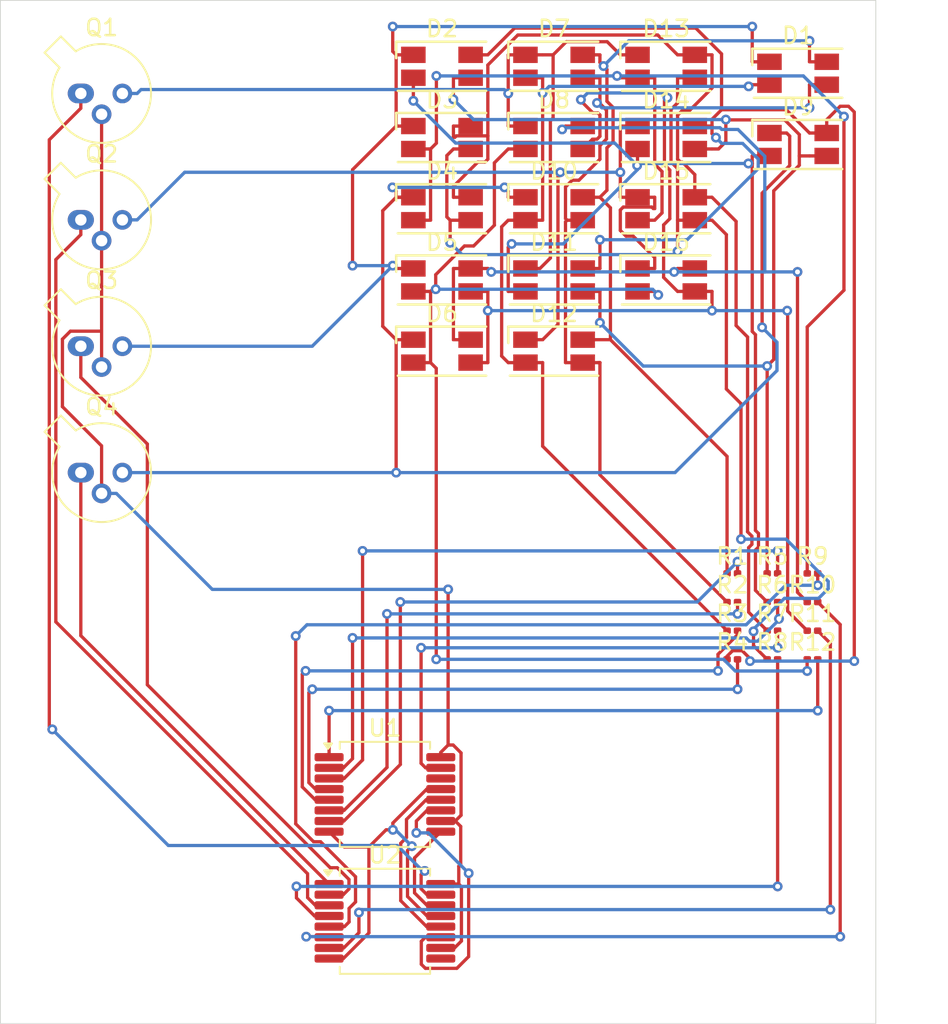
<source format=kicad_pcb>
(kicad_pcb (version 20240108) (generator "pcbnew") (generator_version "8.0")
  (layers (0 "F.Cu" signal) (31 "B.Cu" signal) (34 "B.Paste" user) (35 "F.Paste" user) (36 "B.SilkS" user "B.Silkscreen") (37 "F.SilkS" user "F.Silkscreen") (38 "B.Mask" user) (39 "F.Mask" user) (44 "Edge.Cuts" user))
  (net 0 "")
  (net 1 "Net-(Q1-E)")
  (net 2 "Net-(D11-A)")
  (net 3 "Net-(Q2-E)")
  (net 4 "Net-(D12-A)")
  (net 5 "Net-(Q3-E)")
  (net 6 "Net-(D1-A)")
  (net 7 "Net-(Q4-E)")
  (net 8 "Net-(D10-A)")
  (net 9 "Net-(D11-BK)")
  (net 10 "Net-(D11-RK)")
  (net 11 "Net-(D11-GK)")
  (net 12 "Net-(D13-GK)")
  (net 13 "Net-(D13-BK)")
  (net 14 "Net-(D13-RK)")
  (net 15 "Net-(D16-RK)")
  (net 16 "Net-(D16-BK)")
  (net 17 "Net-(D16-GK)")
  (net 18 "Net-(D1-BK)")
  (net 19 "Net-(D1-RK)")
  (net 20 "Net-(D1-GK)")
  (net 21 "+5V")
  (net 22 "Net-(U1-QH)")
  (net 23 "Net-(U1-QG)")
  (net 24 "Net-(U1-QF)")
  (net 25 "Net-(U1-QE)")
  (net 26 "Net-(U1-QD)")
  (net 27 "Net-(U1-QC)")
  (net 28 "Net-(U1-QA)")
  (net 29 "Net-(U2-QE)")
  (net 30 "Net-(U2-QF)")
  (net 31 "Net-(U2-QG)")
  (net 32 "Net-(U2-QH)")
  (net 33 "Net-(U1-QB)")
  (net 34 "GND")
  (net 35 "Ser")
  (net 36 "CLK")
  (net 37 "LATCH")
  (net 38 "Net-(U1-QH')")
  (footprint "Resistor_SMD:R_0201_0603Metric" (layer "F.Cu") (at 148.23 100)
    (property "Reference" "R3")
    (property "Value" "R")
  )
  (footprint "LED_SMD:LED_RGB_1210" (layer "F.Cu") (at 144.1875 65.525)
    (property "Reference" "D13")
    (property "Value" "LED_ABGR")
  )
  (footprint "LED_SMD:LED_RGB_1210" (layer "F.Cu") (at 137.3375 74.225)
    (property "Reference" "D10")
    (property "Value" "LED_ABGR")
  )
  (footprint "LED_SMD:LED_RGB_1210" (layer "F.Cu") (at 144.1875 78.575)
    (property "Reference" "D16")
    (property "Value" "LED_ABGR")
  )
  (footprint "Package_TO_SOT_THT:TO-18-3" (layer "F.Cu") (at 108.4147 90.3431)
    (property "Reference" "Q4")
    (property "Value" "BC108")
  )
  (footprint "Package_TO_SOT_THT:TO-18-3" (layer "F.Cu") (at 108.4147 74.9042)
    (property "Reference" "Q2")
    (property "Value" "BC108")
  )
  (footprint "LED_SMD:LED_RGB_1210" (layer "F.Cu") (at 144.1875 74.225)
    (property "Reference" "D15")
    (property "Value" "LED_ABGR")
  )
  (footprint "Package_TO_SOT_THT:TO-18-3" (layer "F.Cu") (at 108.4147 67.1847)
    (property "Reference" "Q1")
    (property "Value" "BC108")
  )
  (footprint "Resistor_SMD:R_0201_0603Metric" (layer "F.Cu") (at 148.23 96.5)
    (property "Reference" "R1")
    (property "Value" "R")
  )
  (footprint "LED_SMD:LED_RGB_1210" (layer "F.Cu") (at 152.25 65.95)
    (property "Reference" "D1")
    (property "Value" "LED_SMD:LED_RGB_1210")
  )
  (footprint "LED_SMD:LED_RGB_1210" (layer "F.Cu") (at 137.3375 65.525)
    (property "Reference" "D7")
    (property "Value" "LED_ABGR")
  )
  (footprint "LED_SMD:LED_RGB_1210" (layer "F.Cu") (at 130.4875 78.575)
    (property "Reference" "D5")
    (property "Value" "LED_ABGR")
  )
  (footprint "Resistor_SMD:R_0201_0603Metric" (layer "F.Cu") (at 148.23 101.75)
    (property "Reference" "R4")
    (property "Value" "R")
  )
  (footprint "LED_SMD:LED_RGB_1210" (layer "F.Cu") (at 152.25 70.3)
    (property "Reference" "D9")
    (property "Value" "LED_ABGR")
  )
  (footprint "LED_SMD:LED_RGB_1210" (layer "F.Cu") (at 130.4875 69.875)
    (property "Reference" "D3")
    (property "Value" "LED_ABGR")
  )
  (footprint "Package_TO_SOT_THT:TO-18-3" (layer "F.Cu") (at 108.4147 82.6236)
    (property "Reference" "Q3")
    (property "Value" "BC108")
  )
  (footprint "LED_SMD:LED_RGB_1210" (layer "F.Cu") (at 130.4875 65.525)
    (property "Reference" "D2")
    (property "Value" "LED_ABGR")
  )
  (footprint "LED_SMD:LED_RGB_1210" (layer "F.Cu") (at 144.1875 69.875)
    (property "Reference" "D14")
    (property "Value" "LED_SMD:LED_RGB_1210")
  )
  (footprint "LED_SMD:LED_RGB_1210" (layer "F.Cu") (at 130.4875 74.225)
    (property "Reference" "D4")
    (property "Value" "LED_ABGR")
  )
  (footprint "Package_SO:SSOP-16_5.3x6.2mm_P0.65mm" (layer "F.Cu") (at 127 110)
    (property "Reference" "U1")
    (property "Value" "74HC595")
  )
  (footprint "Resistor_SMD:R_0201_0603Metric" (layer "F.Cu") (at 150.68 98.25)
    (property "Reference" "R6")
    (property "Value" "R")
  )
  (footprint "Resistor_SMD:R_0201_0603Metric" (layer "F.Cu") (at 153.13 96.5)
    (property "Reference" "R9")
    (property "Value" "R")
  )
  (footprint "Resistor_SMD:R_0201_0603Metric" (layer "F.Cu") (at 153.13 101.75)
    (property "Reference" "R12")
    (property "Value" "R")
  )
  (footprint "Resistor_SMD:R_0201_0603Metric" (layer "F.Cu") (at 153.13 100)
    (property "Reference" "R11")
    (property "Value" "R")
  )
  (footprint "LED_SMD:LED_RGB_1210" (layer "F.Cu") (at 137.3375 82.925)
    (property "Reference" "D12")
    (property "Value" "LED_ABGR")
  )
  (footprint "Resistor_SMD:R_0201_0603Metric" (layer "F.Cu") (at 153.13 98.25)
    (property "Reference" "R10")
    (property "Value" "R")
  )
  (footprint "Resistor_SMD:R_0201_0603Metric" (layer "F.Cu") (at 150.68 100)
    (property "Reference" "R7")
    (property "Value" "R")
  )
  (footprint "LED_SMD:LED_RGB_1210" (layer "F.Cu") (at 130.4875 82.925)
    (property "Reference" "D6")
    (property "Value" "LED_ABGR")
  )
  (footprint "Resistor_SMD:R_0201_0603Metric" (layer "F.Cu") (at 150.68 101.75)
    (property "Reference" "R8")
    (property "Value" "R")
  )
  (footprint "Resistor_SMD:R_0201_0603Metric" (layer "F.Cu") (at 148.23 98.25)
    (property "Reference" "R2")
    (property "Value" "R")
  )
  (footprint "LED_SMD:LED_RGB_1210" (layer "F.Cu") (at 137.3375 69.875)
    (property "Reference" "D8")
    (property "Value" "LED_ABGR")
  )
  (footprint "LED_SMD:LED_RGB_1210" (layer "F.Cu") (at 137.3375 78.575)
    (property "Reference" "D11")
    (property "Value" "LED_ABGR")
  )
  (footprint "Resistor_SMD:R_0201_0603Metric" (layer "F.Cu") (at 150.68 96.5)
    (property "Reference" "R5")
    (property "Value" "R")
  )
  (footprint "Package_SO:SSOP-16_5.3x6.2mm_P0.65mm" (layer "F.Cu") (at 127 117.75)
    (property "Reference" "U2")
    (property "Value" "74HC595")
  )
  (gr_rect (start 103.5 61.5) (end 157 124) (stroke (width 0.05)) (fill none) (layer "Edge.Cuts"))
  (segment (start 130.4125 116.125) (end 129.5709 116.125) (width 0.2) (layer "F.Cu") (net 1))
  (segment (start 129.5709 116.125) (end 129.2127 115.7668) (width 0.2) (layer "F.Cu") (net 1))
  (segment (start 129.2127 114.894) (end 129.4332 114.6735) (width 0.2) (layer "F.Cu") (net 1))
  (segment (start 106.4868 70.0143) (end 106.4868 105.8432) (width 0.2) (layer "F.Cu") (net 1))
  (segment (start 108.4147 67.1847) (end 108.4147 68.0864) (width 0.2) (layer "F.Cu") (net 1))
  (segment (start 108.4147 68.0864) (end 106.4868 70.0143) (width 0.2) (layer "F.Cu") (net 1))
  (segment (start 129.2127 115.7668) (end 129.2127 114.894) (width 0.2) (layer "F.Cu") (net 1))
  (segment (start 106.4868 105.8432) (end 106.6712 106.0276) (width 0.2) (layer "F.Cu") (net 1))
  (via (at 106.6712 106.0276) (size 0.6) (drill 0.3) (layers "F.Cu" "B.Cu") (net 1))
  (via (at 129.4332 114.6735) (size 0.6) (drill 0.3) (layers "F.Cu" "B.Cu") (net 1))
  (segment (start 106.6712 106.0276) (end 113.7643 113.1207) (width 0.2) (layer "B.Cu") (net 1))
  (segment (start 127.7536 113.1207) (end 127.7536 113.1208) (width 0.2) (layer "B.Cu") (net 1))
  (segment (start 129.3063 114.6735) (end 129.4332 114.6735) (width 0.2) (layer "B.Cu") (net 1))
  (segment (start 113.7643 113.1207) (end 127.7536 113.1207) (width 0.2) (layer "B.Cu") (net 1))
  (segment (start 127.7536 113.1208) (end 129.3063 114.6735) (width 0.2) (layer "B.Cu") (net 1))
  (segment (start 136.6392 64.825) (end 137.2789 64.825) (width 0.2) (layer "F.Cu") (net 2))
  (segment (start 138.0806 64.0233) (end 140.5841 64.0233) (width 0.2) (layer "F.Cu") (net 2))
  (segment (start 142.4375 64.825) (end 141.3858 64.825) (width 0.2) (layer "F.Cu") (net 2))
  (segment (start 135.5875 69.175) (end 134.5358 69.175) (width 0.2) (layer "F.Cu") (net 2))
  (segment (start 135.0617 64.825) (end 134.5358 64.825) (width 0.2) (layer "F.Cu") (net 2))
  (segment (start 134.5358 64.825) (end 134.5358 67.1847) (width 0.2) (layer "F.Cu") (net 2))
  (segment (start 135.0617 64.825) (end 135.5875 64.825) (width 0.2) (layer "F.Cu") (net 2))
  (segment (start 135.5875 77.875) (end 136.4729 77.875) (width 0.2) (layer "F.Cu") (net 2))
  (segment (start 135.5875 64.825) (end 136.6392 64.825) (width 0.2) (layer "F.Cu") (net 2))
  (segment (start 134.5358 67.1847) (end 134.5358 69.175) (width 0.2) (layer "F.Cu") (net 2))
  (segment (start 137.1112 68.8556) (end 137.1112 77.2367) (width 0.2) (layer "F.Cu") (net 2))
  (segment (start 137.2789 68.6879) (end 137.1112 68.8556) (width 0.2) (layer "F.Cu") (net 2))
  (segment (start 137.2789 64.825) (end 137.2789 68.6879) (width 0.2) (layer "F.Cu") (net 2))
  (segment (start 140.5841 64.0233) (end 141.3858 64.825) (width 0.2) (layer "F.Cu") (net 2))
  (segment (start 137.1112 77.2367) (end 136.4729 77.875) (width 0.2) (layer "F.Cu") (net 2))
  (segment (start 137.2789 64.825) (end 138.0806 64.0233) (width 0.2) (layer "F.Cu") (net 2))
  (via (at 134.5358 67.1847) (size 0.6) (drill 0.3) (layers "F.Cu" "B.Cu") (net 2))
  (segment (start 134.5358 67.1847) (end 134.2955 66.9444) (width 0.2) (layer "B.Cu") (net 2))
  (segment (start 134.2955 66.9444) (end 112.0967 66.9444) (width 0.2) (layer "B.Cu") (net 2))
  (segment (start 112.0967 66.9444) (end 111.8564 67.1847) (width 0.2) (layer "B.Cu") (net 2))
  (segment (start 110.9547 67.1847) (end 111.8564 67.1847) (width 0.2) (layer "B.Cu") (net 2))
  (segment (start 108.4147 74.9042) (end 108.4147 75.8059) (width 0.2) (layer "F.Cu") (net 3))
  (segment (start 106.8885 99.4609) (end 106.8885 77.3321) (width 0.2) (layer "F.Cu") (net 3))
  (segment (start 106.8885 77.3321) (end 108.4147 75.8059) (width 0.2) (layer "F.Cu") (net 3))
  (segment (start 122.7459 116.775) (end 122.2747 116.3038) (width 0.2) (layer "F.Cu") (net 3))
  (segment (start 123.5875 116.775) (end 122.7459 116.775) (width 0.2) (layer "F.Cu") (net 3))
  (segment (start 122.2747 114.8471) (end 106.8885 99.4609) (width 0.2) (layer "F.Cu") (net 3))
  (segment (start 122.2747 116.3038) (end 122.2747 114.8471) (width 0.2) (layer "F.Cu") (net 3))
  (segment (start 137.5749 72.1385) (end 137.7156 71.9978) (width 0.2) (layer "F.Cu") (net 4))
  (segment (start 136.6392 82.225) (end 137.5749 81.2893) (width 0.2) (layer "F.Cu") (net 4))
  (segment (start 141.7359 75.9001) (end 142.1743 75.9001) (width 0.2) (layer "F.Cu") (net 4))
  (segment (start 141.3858 69.175) (end 141.3858 71.9978) (width 0.2) (layer "F.Cu") (net 4))
  (segment (start 143.4856 74.2138) (end 143.403 74.2138) (width 0.2) (layer "F.Cu") (net 4))
  (segment (start 142.4375 73.525) (end 141.3858 73.525) (width 0.2) (layer "F.Cu") (net 4))
  (segment (start 137.5749 81.2893) (end 137.5749 72.1385) (width 0.2) (layer "F.Cu") (net 4))
  (segment (start 142.4375 69.175) (end 141.3858 69.175) (width 0.2) (layer "F.Cu") (net 4))
  (segment (start 142.4375 73.525) (end 143.4892 73.525) (width 0.2) (layer "F.Cu") (net 4))
  (segment (start 141.3858 74.3) (end 141.3858 75.55) (width 0.2) (layer "F.Cu") (net 4))
  (segment (start 143.4892 74.2102) (end 143.4856 74.2138) (width 0.2) (layer "F.Cu") (net 4))
  (segment (start 142.4375 77.875) (end 143.4892 77.875) (width 0.2) (layer "F.Cu") (net 4))
  (segment (start 141.3858 73.525) (end 141.3858 71.9978) (width 0.2) (layer "F.Cu") (net 4))
  (segment (start 141.5625 74.1233) (end 141.3858 74.3) (width 0.2) (layer "F.Cu") (net 4))
  (segment (start 143.3125 74.1233) (end 141.5625 74.1233) (width 0.2) (layer "F.Cu") (net 4))
  (segment (start 141.3858 75.55) (end 141.7359 75.9001) (width 0.2) (layer "F.Cu") (net 4))
  (segment (start 142.1743 75.9001) (end 143.4892 77.215) (width 0.2) (layer "F.Cu") (net 4))
  (segment (start 143.403 74.2138) (end 143.3125 74.1233) (width 0.2) (layer "F.Cu") (net 4))
  (segment (start 135.5875 82.225) (end 136.6392 82.225) (width 0.2) (layer "F.Cu") (net 4))
  (segment (start 143.4892 73.525) (end 143.4892 74.2102) (width 0.2) (layer "F.Cu") (net 4))
  (segment (start 143.4892 77.215) (end 143.4892 77.875) (width 0.2) (layer "F.Cu") (net 4))
  (via (at 141.3858 71.9978) (size 0.6) (drill 0.3) (layers "F.Cu" "B.Cu") (net 4))
  (via (at 137.7156 71.9978) (size 0.6) (drill 0.3) (layers "F.Cu" "B.Cu") (net 4))
  (segment (start 110.9547 74.9042) (end 111.8564 74.9042) (width 0.2) (layer "B.Cu") (net 4))
  (segment (start 111.8564 74.9042) (end 114.7628 71.9978) (width 0.2) (layer "B.Cu") (net 4))
  (segment (start 137.7156 71.9978) (end 141.3858 71.9978) (width 0.2) (layer "B.Cu") (net 4))
  (segment (start 114.7628 71.9978) (end 137.7156 71.9978) (width 0.2) (layer "B.Cu") (net 4))
  (segment (start 124.0877 114.4792) (end 123.6582 114.4792) (width 0.2) (layer "F.Cu") (net 5))
  (segment (start 112.4788 88.5937) (end 108.4147 84.5296) (width 0.2) (layer "F.Cu") (net 5))
  (segment (start 124.4525 116.125) (end 124.8018 115.7757) (width 0.2) (layer "F.Cu") (net 5))
  (segment (start 123.5875 116.125) (end 124.4525 116.125) (width 0.2) (layer "F.Cu") (net 5))
  (segment (start 124.8018 115.7757) (end 124.8018 115.1933) (width 0.2) (layer "F.Cu") (net 5))
  (segment (start 123.6582 114.4792) (end 112.4788 103.2998) (width 0.2) (layer "F.Cu") (net 5))
  (segment (start 112.4788 103.2998) (end 112.4788 88.5937) (width 0.2) (layer "F.Cu") (net 5))
  (segment (start 124.8018 115.1933) (end 124.0877 114.4792) (width 0.2) (layer "F.Cu") (net 5))
  (segment (start 108.4147 84.5296) (end 108.4147 82.6236) (width 0.2) (layer "F.Cu") (net 5))
  (segment (start 127.4776 77.7015) (end 127.5123 77.7015) (width 0.2) (layer "F.Cu") (net 6))
  (segment (start 127.6858 69.175) (end 125.0213 71.8395) (width 0.2) (layer "F.Cu") (net 6))
  (segment (start 127.6858 64.825) (end 127.6858 69.175) (width 0.2) (layer "F.Cu") (net 6))
  (segment (start 127.5123 77.7015) (end 127.6858 77.875) (width 0.2) (layer "F.Cu") (net 6))
  (segment (start 127.7867 69.175) (end 127.6873 69.175) (width 0.2) (layer "F.Cu") (net 6))
  (segment (start 127.6858 64.825) (end 127.4773 64.6165) (width 0.2) (layer "F.Cu") (net 6))
  (segment (start 149.4483 65.25) (end 149.4483 63.0964) (width 0.2) (layer "F.Cu") (net 6))
  (segment (start 150.5 65.25) (end 149.4483 65.25) (width 0.2) (layer "F.Cu") (net 6))
  (segment (start 125.0213 71.8395) (end 125.0213 77.7015) (width 0.2) (layer "F.Cu") (net 6))
  (segment (start 128.7375 69.175) (end 127.7867 69.175) (width 0.2) (layer "F.Cu") (net 6))
  (segment (start 128.3125 77.875) (end 127.6858 77.875) (width 0.2) (layer "F.Cu") (net 6))
  (segment (start 128.7375 64.825) (end 127.6858 64.825) (width 0.2) (layer "F.Cu") (net 6))
  (segment (start 127.4773 64.6165) (end 127.4773 63.0964) (width 0.2) (layer "F.Cu") (net 6))
  (segment (start 128.3125 77.875) (end 128.7375 77.875) (width 0.2) (layer "F.Cu") (net 6))
  (segment (start 127.6873 69.175) (end 127.6858 69.175) (width 0.2) (layer "F.Cu") (net 6))
  (via (at 125.0213 77.7015) (size 0.6) (drill 0.3) (layers "F.Cu" "B.Cu") (net 6))
  (via (at 149.4483 63.0964) (size 0.6) (drill 0.3) (layers "F.Cu" "B.Cu") (net 6))
  (via (at 127.4773 63.0964) (size 0.6) (drill 0.3) (layers "F.Cu" "B.Cu") (net 6))
  (via (at 127.4776 77.7015) (size 0.6) (drill 0.3) (layers "F.Cu" "B.Cu") (net 6))
  (segment (start 127.4773 63.0964) (end 149.4483 63.0964) (width 0.2) (layer "B.Cu") (net 6))
  (segment (start 110.9547 82.6236) (end 122.5555 82.6236) (width 0.2) (layer "B.Cu") (net 6))
  (segment (start 122.5555 82.6236) (end 127.4776 77.7015) (width 0.2) (layer "B.Cu") (net 6))
  (segment (start 127.4776 77.7015) (end 125.0213 77.7015) (width 0.2) (layer "B.Cu") (net 6))
  (segment (start 108.4147 100.3022) (end 123.5875 115.475) (width 0.2) (layer "F.Cu") (net 7))
  (segment (start 108.4147 90.3431) (end 108.4147 100.3022) (width 0.2) (layer "F.Cu") (net 7))
  (segment (start 134.5358 73.1493) (end 134.3081 72.9216) (width 0.2) (layer "F.Cu") (net 8))
  (segment (start 128.7375 73.525) (end 127.6858 73.525) (width 0.2) (layer "F.Cu") (net 8))
  (segment (start 127.6858 82.225) (end 126.8668 81.406) (width 0.2) (layer "F.Cu") (net 8))
  (segment (start 150.5 69.6) (end 151.5517 69.6) (width 0.2) (layer "F.Cu") (net 8))
  (segment (start 150.0515 73.274) (end 151.7378 71.5877) (width 0.2) (layer "F.Cu") (net 8))
  (segment (start 150.0515 81.4715) (end 150.0515 73.274) (width 0.2) (layer "F.Cu") (net 8))
  (segment (start 135.5875 73.525) (end 134.5358 73.525) (width 0.2) (layer "F.Cu") (net 8))
  (segment (start 151.7378 71.5877) (end 151.7378 69.7861) (width 0.2) (layer "F.Cu") (net 8))
  (segment (start 127.6858 73.525) (end 127.6858 73.1472) (width 0.2) (layer "F.Cu") (net 8))
  (segment (start 127.6858 73.1472) (end 127.4602 72.9216) (width 0.2) (layer "F.Cu") (net 8))
  (segment (start 134.5358 73.525) (end 134.5358 73.1493) (width 0.2) (layer "F.Cu") (net 8))
  (segment (start 126.8668 74.344) (end 127.6858 73.525) (width 0.2) (layer "F.Cu") (net 8))
  (segment (start 128.7375 73.525) (end 127.6858 73.525) (width 0.2) (layer "F.Cu") (net 8))
  (segment (start 127.6858 90.3431) (end 127.6858 82.225) (width 0.2) (layer "F.Cu") (net 8))
  (segment (start 151.7378 69.7861) (end 151.5517 69.6) (width 0.2) (layer "F.Cu") (net 8))
  (segment (start 126.8668 81.406) (end 126.8668 74.344) (width 0.2) (layer "F.Cu") (net 8))
  (segment (start 128.7375 82.225) (end 127.6858 82.225) (width 0.2) (layer "F.Cu") (net 8))
  (via (at 127.6858 90.3431) (size 0.6) (drill 0.3) (layers "F.Cu" "B.Cu") (net 8))
  (via (at 134.3081 72.9216) (size 0.6) (drill 0.3) (layers "F.Cu" "B.Cu") (net 8))
  (via (at 150.0515 81.4715) (size 0.6) (drill 0.3) (layers "F.Cu" "B.Cu") (net 8))
  (via (at 127.4602 72.9216) (size 0.6) (drill 0.3) (layers "F.Cu" "B.Cu") (net 8))
  (segment (start 150.9602 84.1109) (end 150.9602 82.3802) (width 0.2) (layer "B.Cu") (net 8))
  (segment (start 150.9602 82.3802) (end 150.0515 81.4715) (width 0.2) (layer "B.Cu") (net 8))
  (segment (start 127.4602 72.9216) (end 134.3081 72.9216) (width 0.2) (layer "B.Cu") (net 8))
  (segment (start 127.6858 90.3431) (end 144.728 90.3431) (width 0.2) (layer "B.Cu") (net 8))
  (segment (start 110.9547 90.3431) (end 127.6858 90.3431) (width 0.2) (layer "B.Cu") (net 8))
  (segment (start 144.728 90.3431) (end 150.9602 84.1109) (width 0.2) (layer "B.Cu") (net 8))
  (segment (start 149.6454 95.0742) (end 149.8299 94.8897) (width 0.2) (layer "F.Cu") (net 9))
  (segment (start 149.4483 81.7191) (end 149.4483 71.4613) (width 0.2) (layer "F.Cu") (net 9))
  (segment (start 135.5875 79.275) (end 134.5358 79.275) (width 0.2) (layer "F.Cu") (net 9))
  (segment (start 128.7375 66.225) (end 128.7375 67.6326) (width 0.2) (layer "F.Cu") (net 9))
  (segment (start 149.6454 81.9162) (end 149.4483 81.7191) (width 0.2) (layer "F.Cu") (net 9))
  (segment (start 142.4375 71.5611) (end 142.4137 71.5849) (width 0.2) (layer "F.Cu") (net 9))
  (segment (start 149.4483 71) (end 149.4483 71.4613) (width 0.2) (layer "F.Cu") (net 9))
  (segment (start 149.4483 71.4613) (end 149.2123 71.4613) (width 0.2) (layer "F.Cu") (net 9))
  (segment (start 134.5358 76.5825) (end 134.5358 79.275) (width 0.2) (layer "F.Cu") (net 9))
  (segment (start 134.7443 76.374) (end 134.5358 76.5825) (width 0.2) (layer "F.Cu") (net 9))
  (segment (start 149.8299 94.8897) (end 149.8299 94.0587) (width 0.2) (layer "F.Cu") (net 9))
  (segment (start 142.4375 70.575) (end 142.4375 71.5611) (width 0.2) (layer "F.Cu") (net 9))
  (segment (start 150.5 71) (end 149.4483 71) (width 0.2) (layer "F.Cu") (net 9))
  (segment (start 149.6454 97.5354) (end 149.6454 95.0742) (width 0.2) (layer "F.Cu") (net 9))
  (segment (start 150.36 98.25) (end 149.6454 97.5354) (width 0.2) (layer "F.Cu") (net 9))
  (segment (start 149.6454 93.8742) (end 149.6454 81.9162) (width 0.2) (layer "F.Cu") (net 9))
  (segment (start 149.8299 94.0587) (end 149.6454 93.8742) (width 0.2) (layer "F.Cu") (net 9))
  (via (at 134.7443 76.374) (size 0.6) (drill 0.3) (layers "F.Cu" "B.Cu") (net 9))
  (via (at 128.7375 67.6326) (size 0.6) (drill 0.3) (layers "F.Cu" "B.Cu") (net 9))
  (via (at 142.4137 71.5849) (size 0.6) (drill 0.3) (layers "F.Cu" "B.Cu") (net 9))
  (via (at 149.2123 71.4613) (size 0.6) (drill 0.3) (layers "F.Cu" "B.Cu") (net 9))
  (segment (start 131.32 70.2151) (end 141.0439 70.2151) (width 0.2) (layer "B.Cu") (net 9))
  (segment (start 141.0439 70.2151) (end 142.4137 71.5849) (width 0.2) (layer "B.Cu") (net 9))
  (segment (start 142.4138 71.5849) (end 142.4376 71.6087) (width 0.2) (layer "B.Cu") (net 9))
  (segment (start 142.4376 71.8337) (end 137.8973 76.374) (width 0.2) (layer "B.Cu") (net 9))
  (segment (start 142.4376 71.6087) (end 142.4376 71.8337) (width 0.2) (layer "B.Cu") (net 9))
  (segment (start 142.4376 71.6087) (end 142.585 71.4613) (width 0.2) (layer "B.Cu") (net 9))
  (segment (start 137.8973 76.374) (end 134.7443 76.374) (width 0.2) (layer "B.Cu") (net 9))
  (segment (start 142.4137 71.5849) (end 142.4138 71.5849) (width 0.2) (layer "B.Cu") (net 9))
  (segment (start 128.7375 67.6326) (end 131.32 70.2151) (width 0.2) (layer "B.Cu") (net 9))
  (segment (start 142.585 71.4613) (end 149.2123 71.4613) (width 0.2) (layer "B.Cu") (net 9))
  (segment (start 145.9956 63.1884) (end 147.5731 64.7659) (width 0.2) (layer "F.Cu") (net 10))
  (segment (start 132.2375 64.825) (end 133.2892 64.825) (width 0.2) (layer "F.Cu") (net 10))
  (segment (start 148.2462 101.2229) (end 148.8349 101.2229) (width 0.2) (layer "F.Cu") (net 10))
  (segment (start 146.9892 68.7612) (end 146.9892 69.175) (width 0.2) (layer "F.Cu") (net 10))
  (segment (start 147.5731 68.1773) (end 146.9892 68.7612) (width 0.2) (layer "F.Cu") (net 10))
  (segment (start 147.91 101.75) (end 147.91 101.5591) (width 0.2) (layer "F.Cu") (net 10))
  (segment (start 147.5731 64.7659) (end 147.5731 68.1773) (width 0.2) (layer "F.Cu") (net 10))
  (segment (start 149.3117 101.6997) (end 149.3117 101.8564) (width 0.2) (layer "F.Cu") (net 10))
  (segment (start 154 69.6) (end 154 68.7877) (width 0.2) (layer "F.Cu") (net 10))
  (segment (start 146.4634 69.175) (end 146.9892 69.175) (width 0.2) (layer "F.Cu") (net 10))
  (segment (start 139.0875 77.875) (end 140.1392 77.875) (width 0.2) (layer "F.Cu") (net 10))
  (segment (start 155.3286 67.9638) (end 155.6838 68.319) (width 0.2) (layer "F.Cu") (net 10))
  (segment (start 151.5256 68.1773) (end 147.5731 68.1773) (width 0.2) (layer "F.Cu") (net 10))
  (segment (start 146.4634 69.175) (end 145.9375 69.175) (width 0.2) (layer "F.Cu") (net 10))
  (segment (start 155.6838 68.319) (end 155.6838 101.8564) (width 0.2) (layer "F.Cu") (net 10))
  (segment (start 154 69.6) (end 152.9483 69.6) (width 0.2) (layer "F.Cu") (net 10))
  (segment (start 134.9258 63.1884) (end 145.9956 63.1884) (width 0.2) (layer "F.Cu") (net 10))
  (segment (start 133.2892 64.825) (end 134.9258 63.1884) (width 0.2) (layer "F.Cu") (net 10))
  (segment (start 147.91 101.5591) (end 148.2462 101.2229) (width 0.2) (layer "F.Cu") (net 10))
  (segment (start 140.1392 77.875) (end 140.1392 76.1205) (width 0.2) (layer "F.Cu") (net 10))
  (segment (start 154.8239 67.9638) (end 155.3286 67.9638) (width 0.2) (layer "F.Cu") (net 10))
  (segment (start 147.2307 69.8794) (end 146.9892 69.6379) (width 0.2) (layer "F.Cu") (net 10))
  (segment (start 146.9892 69.6379) (end 146.9892 69.175) (width 0.2) (layer "F.Cu") (net 10))
  (segment (start 154 68.7877) (end 154.8239 67.9638) (width 0.2) (layer "F.Cu") (net 10))
  (segment (start 148.8349 101.2229) (end 149.3117 101.6997) (width 0.2) (layer "F.Cu") (net 10))
  (segment (start 152.9483 69.6) (end 151.5256 68.1773) (width 0.2) (layer "F.Cu") (net 10))
  (via (at 155.6838 101.8564) (size 0.6) (drill 0.3) (layers "F.Cu" "B.Cu") (net 10))
  (via (at 149.3117 101.8564) (size 0.6) (drill 0.3) (layers "F.Cu" "B.Cu") (net 10))
  (via (at 140.1392 76.1205) (size 0.6) (drill 0.3) (layers "F.Cu" "B.Cu") (net 10))
  (via (at 147.2307 69.8794) (size 0.6) (drill 0.3) (layers "F.Cu" "B.Cu") (net 10))
  (segment (start 148.8581 70.2313) (end 149.8141 71.1873) (width 0.2) (layer "B.Cu") (net 10))
  (segment (start 147.5826 70.2313) (end 148.8581 70.2313) (width 0.2) (layer "B.Cu") (net 10))
  (segment (start 149.8141 71.7736) (end 145.4672 76.1205) (width 0.2) (layer "B.Cu") (net 10))
  (segment (start 155.6838 101.8564) (end 149.3117 101.8564) (width 0.2) (layer "B.Cu") (net 10))
  (segment (start 147.2307 69.8794) (end 147.5826 70.2313) (width 0.2) (layer "B.Cu") (net 10))
  (segment (start 149.8141 71.1873) (end 149.8141 71.7736) (width 0.2) (layer "B.Cu") (net 10))
  (segment (start 145.4672 76.1205) (end 140.1392 76.1205) (width 0.2) (layer "B.Cu") (net 10))
  (segment (start 147.8356 70.1254) (end 147.8356 68.7983) (width 0.2) (layer "F.Cu") (net 11))
  (segment (start 152.3255 71) (end 152.3255 69.6918) (width 0.2) (layer "F.Cu") (net 11))
  (segment (start 150.36 83.8342) (end 150.7617 83.4325) (width 0.2) (layer "F.Cu") (net 11))
  (segment (start 152.3255 71) (end 152.9483 71) (width 0.2) (layer "F.Cu") (net 11))
  (segment (start 152.3255 69.6918) (end 151.432 68.7983) (width 0.2) (layer "F.Cu") (net 11))
  (segment (start 146.9892 70.575) (end 147.386 70.575) (width 0.2) (layer "F.Cu") (net 11))
  (segment (start 147.8356 68.7983) (end 147.8356 68.779) (width 0.2) (layer "F.Cu") (net 11))
  (segment (start 152.3255 71.568) (end 152.3255 71) (width 0.2) (layer "F.Cu") (net 11))
  (segment (start 154 71) (end 152.9483 71) (width 0.2) (layer "F.Cu") (net 11))
  (segment (start 139.0875 79.275) (end 140.1392 79.275) (width 0.2) (layer "F.Cu") (net 11))
  (segment (start 145.9375 70.575) (end 146.9892 70.575) (width 0.2) (layer "F.Cu") (net 11))
  (segment (start 150.36 83.8342) (end 150.3584 83.8342) (width 0.2) (layer "F.Cu") (net 11))
  (segment (start 150.7617 73.1318) (end 152.3255 71.568) (width 0.2) (layer "F.Cu") (net 11))
  (segment (start 132.2375 66.225) (end 131.1858 66.225) (width 0.2) (layer "F.Cu") (net 11))
  (segment (start 150.36 83.8342) (end 150.36 96.5) (width 0.2) (layer "F.Cu") (net 11))
  (segment (start 151.432 68.7983) (end 147.8356 68.7983) (width 0.2) (layer "F.Cu") (net 11))
  (segment (start 131.1858 66.225) (end 131.1858 67.5461) (width 0.2) (layer "F.Cu") (net 11))
  (segment (start 140.1392 81.1883) (end 140.1392 79.275) (width 0.2) (layer "F.Cu") (net 11))
  (segment (start 150.7617 83.4325) (end 150.7617 73.1318) (width 0.2) (layer "F.Cu") (net 11))
  (segment (start 147.386 70.575) (end 147.8356 70.1254) (width 0.2) (layer "F.Cu") (net 11))
  (via (at 150.3584 83.8342) (size 0.6) (drill 0.3) (layers "F.Cu" "B.Cu") (net 11))
  (via (at 140.1392 81.1883) (size 0.6) (drill 0.3) (layers "F.Cu" "B.Cu") (net 11))
  (via (at 131.1858 67.5461) (size 0.6) (drill 0.3) (layers "F.Cu" "B.Cu") (net 11))
  (via (at 147.8356 68.779) (size 0.6) (drill 0.3) (layers "F.Cu" "B.Cu") (net 11))
  (segment (start 150.3584 83.8342) (end 142.7851 83.8342) (width 0.2) (layer "B.Cu") (net 11))
  (segment (start 142.7851 83.8342) (end 140.1392 81.1883) (width 0.2) (layer "B.Cu") (net 11))
  (segment (start 147.8356 68.779) (end 132.4187 68.779) (width 0.2) (layer "B.Cu") (net 11))
  (segment (start 132.4187 68.779) (end 131.1858 67.5461) (width 0.2) (layer "B.Cu") (net 11))
  (segment (start 144.8858 71.768) (end 144.8858 74.925) (width 0.2) (layer "F.Cu") (net 12))
  (segment (start 149.5274 100.9174) (end 149.5274 100.0389) (width 0.2) (layer "F.Cu") (net 12))
  (segment (start 144.4841 68.1615) (end 144.4841 71.3663) (width 0.2) (layer "F.Cu") (net 12))
  (segment (start 145.9375 74.925) (end 144.8858 74.925) (width 0.2) (layer "F.Cu") (net 12))
  (segment (start 147.867 85.2372) (end 147.867 75.8028) (width 0.2) (layer "F.Cu") (net 12))
  (segment (start 130.7835 70.9773) (end 130.7835 74.7238) (width 0.2) (layer "F.Cu") (net 12))
  (segment (start 148.7613 94.409) (end 148.7613 86.1315) (width 0.2) (layer "F.Cu") (net 12))
  (segment (start 150.36 101.75) (end 149.5274 100.9174) (width 0.2) (layer "F.Cu") (net 12))
  (segment (start 144.8858 76.8267) (end 144.8858 74.925) (width 0.2) (layer "F.Cu") (net 12))
  (segment (start 132.2375 70.575) (end 131.1858 70.575) (width 0.2) (layer "F.Cu") (net 12))
  (segment (start 144.4841 71.3663) (end 144.8858 71.768) (width 0.2) (layer "F.Cu") (net 12))
  (segment (start 132.2375 74.925) (end 131.1858 74.925) (width 0.2) (layer "F.Cu") (net 12))
  (segment (start 144.8858 66.225) (end 144.8858 67.7598) (width 0.2) (layer "F.Cu") (net 12))
  (segment (start 145.9375 74.925) (end 146.9892 74.925) (width 0.2) (layer "F.Cu") (net 12))
  (segment (start 144.8858 67.7598) (end 144.4841 68.1615) (width 0.2) (layer "F.Cu") (net 12))
  (segment (start 130.7835 74.7238) (end 130.9847 74.925) (width 0.2) (layer "F.Cu") (net 12))
  (segment (start 131.1858 70.575) (end 130.7835 70.9773) (width 0.2) (layer "F.Cu") (net 12))
  (segment (start 147.867 75.8028) (end 146.9892 74.925) (width 0.2) (layer "F.Cu") (net 12))
  (segment (start 131.1858 74.925) (end 130.9847 74.925) (width 0.2) (layer "F.Cu") (net 12))
  (segment (start 130.9847 74.925) (end 130.9847 76.2999) (width 0.2) (layer "F.Cu") (net 12))
  (segment (start 145.9375 66.225) (end 144.8858 66.225) (width 0.2) (layer "F.Cu") (net 12))
  (segment (start 148.7613 86.1315) (end 147.867 85.2372) (width 0.2) (layer "F.Cu") (net 12))
  (via (at 144.8858 76.8267) (size 0.6) (drill 0.3) (layers "F.Cu" "B.Cu") (net 12))
  (via (at 130.9847 76.2999) (size 0.6) (drill 0.3) (layers "F.Cu" "B.Cu") (net 12))
  (via (at 148.7613 94.409) (size 0.6) (drill 0.3) (layers "F.Cu" "B.Cu") (net 12))
  (via (at 149.5274 100.0389) (size 0.6) (drill 0.3) (layers "F.Cu" "B.Cu") (net 12))
  (segment (start 144.8858 76.8267) (end 144.6858 77.0267) (width 0.2) (layer "B.Cu") (net 12))
  (segment (start 149.5274 100.0389) (end 149.5274 99.9104) (width 0.2) (layer "B.Cu") (net 12))
  (segment (start 151.413 98.0248) (end 153.5021 98.0248) (width 0.2) (layer "B.Cu") (net 12))
  (segment (start 131.7115 77.0267) (end 130.9847 76.2999) (width 0.2) (layer "B.Cu") (net 12))
  (segment (start 154.09 96.9839) (end 151.5151 94.409) (width 0.2) (layer "B.Cu") (net 12))
  (segment (start 144.6858 77.0267) (end 131.7115 77.0267) (width 0.2) (layer "B.Cu") (net 12))
  (segment (start 154.09 97.4369) (end 154.09 96.9839) (width 0.2) (layer "B.Cu") (net 12))
  (segment (start 153.5021 98.0248) (end 154.09 97.4369) (width 0.2) (layer "B.Cu") (net 12))
  (segment (start 151.5151 94.409) (end 148.7613 94.409) (width 0.2) (layer "B.Cu") (net 12))
  (segment (start 149.5274 99.9104) (end 151.413 98.0248) (width 0.2) (layer "B.Cu") (net 12))
  (segment (start 129.7892 70.575) (end 129.7892 74.925) (width 0.2) (layer "F.Cu") (net 13))
  (segment (start 129.6884 70.575) (end 129.7892 70.575) (width 0.2) (layer "F.Cu") (net 13))
  (segment (start 128.7375 70.575) (end 129.6884 70.575) (width 0.2) (layer "F.Cu") (net 13))
  (segment (start 128.7375 74.925) (end 129.7892 74.925) (width 0.2) (layer "F.Cu") (net 13))
  (segment (start 155.0533 79.2017) (end 155.0533 68.5932) (width 0.2) (layer "F.Cu") (net 13))
  (segment (start 143.9341 71.9523) (end 143.9341 74.4801) (width 0.2) (layer "F.Cu") (net 13))
  (segment (start 142.4375 74.925) (end 143.4892 74.925) (width 0.2) (layer "F.Cu") (net 13))
  (segment (start 152.81 96.5) (end 152.81 81.445) (width 0.2) (layer "F.Cu") (net 13))
  (segment (start 143.4892 71.5074) (end 143.9341 71.9523) (width 0.2) (layer "F.Cu") (net 13))
  (segment (start 141.2732 66.1124) (end 141.1843 66.1124) (width 0.2) (layer "F.Cu") (net 13))
  (segment (start 141.3858 66.225) (end 141.2732 66.1124) (width 0.2) (layer "F.Cu") (net 13))
  (segment (start 152.81 81.445) (end 155.0533 79.2017) (width 0.2) (layer "F.Cu") (net 13))
  (segment (start 143.9341 74.4801) (end 143.4892 74.925) (width 0.2) (layer "F.Cu") (net 13))
  (segment (start 143.4892 66.225) (end 143.4892 71.5074) (width 0.2) (layer "F.Cu") (net 13))
  (segment (start 130.1451 66.1124) (end 130.1451 70.2191) (width 0.2) (layer "F.Cu") (net 13))
  (segment (start 142.4375 66.225) (end 141.3858 66.225) (width 0.2) (layer "F.Cu") (net 13))
  (segment (start 142.4375 66.225) (end 143.4892 66.225) (width 0.2) (layer "F.Cu") (net 13))
  (segment (start 130.1451 70.2191) (end 129.7892 70.575) (width 0.2) (layer "F.Cu") (net 13))
  (via (at 130.1451 66.1124) (size 0.6) (drill 0.3) (layers "F.Cu" "B.Cu") (net 13))
  (via (at 141.1843 66.1124) (size 0.6) (drill 0.3) (layers "F.Cu" "B.Cu") (net 13))
  (via (at 155.0533 68.5932) (size 0.6) (drill 0.3) (layers "F.Cu" "B.Cu") (net 13))
  (segment (start 152.5725 66.1124) (end 155.0533 68.5932) (width 0.2) (layer "B.Cu") (net 13))
  (segment (start 141.1843 66.1124) (end 152.5725 66.1124) (width 0.2) (layer "B.Cu") (net 13))
  (segment (start 141.1843 66.1124) (end 130.1451 66.1124) (width 0.2) (layer "B.Cu") (net 13))
  (segment (start 146.9892 64.825) (end 146.9892 66.8535) (width 0.2) (layer "F.Cu") (net 14))
  (segment (start 135.1225 63.6133) (end 143.6741 63.6133) (width 0.2) (layer "F.Cu") (net 14))
  (segment (start 131.1858 72.8659) (end 132.675 71.3767) (width 0.2) (layer "F.Cu") (net 14))
  (segment (start 132.2375 73.525) (end 131.1858 73.525) (width 0.2) (layer "F.Cu") (net 14))
  (segment (start 149.163 93.9598) (end 149.163 82.0596) (width 0.2) (layer "F.Cu") (net 14))
  (segment (start 145.9375 73.525) (end 146.9892 73.525) (width 0.2) (layer "F.Cu") (net 14))
  (segment (start 145.1528 68.2447) (end 144.8858 68.5117) (width 0.2) (layer "F.Cu") (net 14))
  (segment (start 145.598 68.2447) (end 145.1528 68.2447) (width 0.2) (layer "F.Cu") (net 14))
  (segment (start 145.175 71.3767) (end 145.9375 72.1392) (width 0.2) (layer "F.Cu") (net 14))
  (segment (start 133.2893 69.7733) (end 131.3625 69.7733) (width 0.2) (layer "F.Cu") (net 14))
  (segment (start 148.4616 74.9974) (end 146.9892 73.525) (width 0.2) (layer "F.Cu") (net 14))
  (segment (start 149.4282 94.7234) (end 149.4282 94.225) (width 0.2) (layer "F.Cu") (net 14))
  (segment (start 131.191 69.8622) (end 131.1858 69.857) (width 0.2) (layer "F.Cu") (net 14))
  (segment (start 146.9892 66.8535) (end 145.598 68.2447) (width 0.2) (layer "F.Cu") (net 14))
  (segment (start 148.4616 81.3582) (end 148.4616 74.9974) (width 0.2) (layer "F.Cu") (net 14))
  (segment (start 144.8858 68.5117) (end 144.8858 71.2) (width 0.2) (layer "F.Cu") (net 14))
  (segment (start 150.36 100) (end 149.2282 98.8682) (width 0.2) (layer "F.Cu") (net 14))
  (segment (start 132.675 71.3767) (end 133.1125 71.3767) (width 0.2) (layer "F.Cu") (net 14))
  (segment (start 145.9375 64.825) (end 146.9892 64.825) (width 0.2) (layer "F.Cu") (net 14))
  (segment (start 132.2375 69.175) (end 131.1858 69.175) (width 0.2) (layer "F.Cu") (net 14))
  (segment (start 131.3625 69.7733) (end 131.2736 69.8622) (width 0.2) (layer "F.Cu") (net 14))
  (segment (start 149.2282 98.8682) (end 149.2282 94.9234) (width 0.2) (layer "F.Cu") (net 14))
  (segment (start 149.2282 94.9234) (end 149.4282 94.7234) (width 0.2) (layer "F.Cu") (net 14))
  (segment (start 133.2893 71.1999) (end 133.2893 69.7733) (width 0.2) (layer "F.Cu") (net 14))
  (segment (start 145.0625 71.3767) (end 145.175 71.3767) (width 0.2) (layer "F.Cu") (net 14))
  (segment (start 133.1125 71.3767) (end 133.2893 71.1999) (width 0.2) (layer "F.Cu") (net 14))
  (segment (start 145.9375 64.825) (end 144.8858 64.825) (width 0.2) (layer "F.Cu") (net 14))
  (segment (start 145.9375 72.1392) (end 145.9375 73.525) (width 0.2) (layer "F.Cu") (net 14))
  (segment (start 143.6741 63.6133) (end 144.8858 64.825) (width 0.2) (layer "F.Cu") (net 14))
  (segment (start 133.2893 65.4465) (end 135.1225 63.6133) (width 0.2) (layer "F.Cu") (net 14))
  (segment (start 149.163 82.0596) (end 148.4616 81.3582) (width 0.2) (layer "F.Cu") (net 14))
  (segment (start 131.2736 69.8622) (end 131.191 69.8622) (width 0.2) (layer "F.Cu") (net 14))
  (segment (start 131.1858 69.857) (end 131.1858 69.175) (width 0.2) (layer "F.Cu") (net 14))
  (segment (start 131.1858 73.525) (end 131.1858 72.8659) (width 0.2) (layer "F.Cu") (net 14))
  (segment (start 144.8858 71.2) (end 145.0625 71.3767) (width 0.2) (layer "F.Cu") (net 14))
  (segment (start 133.2893 69.7733) (end 133.2893 65.4465) (width 0.2) (layer "F.Cu") (net 14))
  (segment (start 149.4282 94.225) (end 149.163 93.9598) (width 0.2) (layer "F.Cu") (net 14))
  (segment (start 139.0875 69.175) (end 138.0358 69.175) (width 0.2) (layer "F.Cu") (net 15))
  (segment (start 132.2375 82.225) (end 131.1858 82.225) (width 0.2) (layer "F.Cu") (net 15))
  (segment (start 131.7117 77.875) (end 131.1858 77.875) (width 0.2) (layer "F.Cu") (net 15))
  (segment (start 144.8858 77.875) (end 144.6772 78.0836) (width 0.2) (layer "F.Cu") (net 15))
  (segment (start 131.7117 77.875) (end 132.2375 77.875) (width 0.2) (layer "F.Cu") (net 15))
  (segment (start 132.2375 77.875) (end 133.2892 77.875) (width 0.2) (layer "F.Cu") (net 15))
  (segment (start 133.2892 77.875) (end 133.4978 78.0836) (width 0.2) (layer "F.Cu") (net 15))
  (segment (start 145.9375 77.875) (end 144.8858 77.875) (width 0.2) (layer "F.Cu") (net 15))
  (segment (start 137.8306 69.3802) (end 137.8306 69.3807) (width 0.2) (layer "F.Cu") (net 15))
  (segment (start 152.81 98.25) (end 152.2143 97.6543) (width 0.2) (layer "F.Cu") (net 15))
  (segment (start 138.0358 69.175) (end 137.8306 69.3802) (width 0.2) (layer "F.Cu") (net 15))
  (segment (start 131.1858 77.875) (end 131.1858 82.225) (width 0.2) (layer "F.Cu") (net 15))
  (segment (start 152.2143 97.6543) (end 152.2143 78.0836) (width 0.2) (layer "F.Cu") (net 15))
  (via (at 137.8306 69.3807) (size 0.6) (drill 0.3) (layers "F.Cu" "B.Cu") (net 15))
  (via (at 144.6772 78.0836) (size 0.6) (drill 0.3) (layers "F.Cu" "B.Cu") (net 15))
  (via (at 152.2143 78.0836) (size 0.6) (drill 0.3) (layers "F.Cu" "B.Cu") (net 15))
  (via (at 133.4978 78.0836) (size 0.6) (drill 0.3) (layers "F.Cu" "B.Cu") (net 15))
  (segment (start 144.6772 78.0836) (end 133.4978 78.0836) (width 0.2) (layer "B.Cu") (net 15))
  (segment (start 144.6772 78.0836) (end 150.2158 78.0836) (width 0.2) (layer "B.Cu") (net 15))
  (segment (start 148.5755 69.3807) (end 147.5829 69.3807) (width 0.2) (layer "B.Cu") (net 15))
  (segment (start 137.9336 69.2777) (end 137.8306 69.3807) (width 0.2) (layer "B.Cu") (net 15))
  (segment (start 147.5829 69.3807) (end 147.4799 69.2777) (width 0.2) (layer "B.Cu") (net 15))
  (segment (start 150.2158 71.021) (end 148.5755 69.3807) (width 0.2) (layer "B.Cu") (net 15))
  (segment (start 150.2158 78.0836) (end 152.2143 78.0836) (width 0.2) (layer "B.Cu") (net 15))
  (segment (start 150.2158 78.0836) (end 150.2158 71.021) (width 0.2) (layer "B.Cu") (net 15))
  (segment (start 147.4799 69.2777) (end 137.9336 69.2777) (width 0.2) (layer "B.Cu") (net 15))
  (segment (start 133.6895 75.231) (end 133.6895 71.4213) (width 0.2) (layer "F.Cu") (net 16))
  (segment (start 130.1041 78.2531) (end 131.8583 76.4989) (width 0.2) (layer "F.Cu") (net 16))
  (segment (start 143.7022 79.488) (end 143.4892 79.275) (width 0.2) (layer "F.Cu") (net 16))
  (segment (start 128.7375 83.625) (end 129.7892 83.625) (width 0.2) (layer "F.Cu") (net 16))
  (segment (start 132.4216 76.4989) (end 133.6895 75.231) (width 0.2) (layer "F.Cu") (net 16))
  (segment (start 135.5875 70.575) (end 134.5358 70.575) (width 0.2) (layer "F.Cu") (net 16))
  (segment (start 128.7375 79.275) (end 129.7892 79.275) (width 0.2) (layer "F.Cu") (net 16))
  (segment (start 130.1359 83.9717) (end 129.7892 83.625) (width 0.2) (layer "F.Cu") (net 16))
  (segment (start 130.1041 79.1427) (end 130.1041 78.2531) (width 0.2) (layer "F.Cu") (net 16))
  (segment (start 129.7892 83.625) (end 129.7892 79.275) (width 0.2) (layer "F.Cu") (net 16))
  (segment (start 130.1359 101.7476) (end 130.1359 83.9717) (width 0.2) (layer "F.Cu") (net 16))
  (segment (start 152.81 101.75) (end 152.8029 101.7571) (width 0.2) (layer "F.Cu") (net 16))
  (segment (start 129.7892 79.275) (end 129.9215 79.1427) (width 0.2) (layer "F.Cu") (net 16))
  (segment (start 133.6895 71.4213) (end 134.5358 70.575) (width 0.2) (layer "F.Cu") (net 16))
  (segment (start 152.8029 101.7571) (end 152.8029 102.461) (width 0.2) (layer "F.Cu") (net 16))
  (segment (start 129.9215 79.1427) (end 130.1041 79.1427) (width 0.2) (layer "F.Cu") (net 16))
  (segment (start 131.8583 76.4989) (end 132.4216 76.4989) (width 0.2) (layer "F.Cu") (net 16))
  (segment (start 142.4375 79.275) (end 143.4892 79.275) (width 0.2) (layer "F.Cu") (net 16))
  (via (at 130.1041 79.1427) (size 0.6) (drill 0.3) (layers "F.Cu" "B.Cu") (net 16))
  (via (at 143.7022 79.488) (size 0.6) (drill 0.3) (layers "F.Cu" "B.Cu") (net 16))
  (via (at 130.1359 101.7476) (size 0.6) (drill 0.3) (layers "F.Cu" "B.Cu") (net 16))
  (via (at 152.8029 102.461) (size 0.6) (drill 0.3) (layers "F.Cu" "B.Cu") (net 16))
  (segment (start 143.7022 79.488) (end 143.3569 79.1427) (width 0.2) (layer "B.Cu") (net 16))
  (segment (start 147.6954 101.7476) (end 148.4088 102.461) (width 0.2) (layer "B.Cu") (net 16))
  (segment (start 143.3569 79.1427) (end 130.1041 79.1427) (width 0.2) (layer "B.Cu") (net 16))
  (segment (start 130.1359 101.7476) (end 147.6954 101.7476) (width 0.2) (layer "B.Cu") (net 16))
  (segment (start 148.4088 102.461) (end 152.8029 102.461) (width 0.2) (layer "B.Cu") (net 16))
  (segment (start 145.9375 79.275) (end 146.9892 79.275) (width 0.2) (layer "F.Cu") (net 17))
  (segment (start 144.0326 75.2123) (end 144.0326 78.4218) (width 0.2) (layer "F.Cu") (net 17))
  (segment (start 144.0326 78.4218) (end 144.8858 79.275) (width 0.2) (layer "F.Cu") (net 17))
  (segment (start 144.41 71.8602) (end 144.41 74.8349) (width 0.2) (layer "F.Cu") (net 17))
  (segment (start 151.6131 98.8031) (end 151.6131 80.4782) (width 0.2) (layer "F.Cu") (net 17))
  (segment (start 152.81 100) (end 151.6131 98.8031) (width 0.2) (layer "F.Cu") (net 17))
  (segment (start 145.9375 79.275) (end 144.8858 79.275) (width 0.2) (layer "F.Cu") (net 17))
  (segment (start 146.9892 79.275) (end 146.9892 80.45) (width 0.2) (layer "F.Cu") (net 17))
  (segment (start 140.1392 69.8) (end 140.1392 68.497) (width 0.2) (layer "F.Cu") (net 17))
  (segment (start 139.9625 69.9767) (end 140.1392 69.8) (width 0.2) (layer "F.Cu") (net 17))
  (segment (start 140.0117 68.3695) (end 139.7069 68.3695) (width 0.2) (layer "F.Cu") (net 17))
  (segment (start 132.2375 79.275) (end 133.2892 79.275) (width 0.2) (layer "F.Cu") (net 17))
  (segment (start 144.0824 71.5326) (end 144.41 71.8602) (width 0.2) (layer "F.Cu") (net 17))
  (segment (start 133.2892 80.45) (end 133.2892 79.275) (width 0.2) (layer "F.Cu") (net 17))
  (segment (start 139.0875 70.575) (end 139.6858 69.9767) (width 0.2) (layer "F.Cu") (net 17))
  (segment (start 151.6131 80.4782) (end 151.5849 80.45) (width 0.2) (layer "F.Cu") (net 17))
  (segment (start 132.2375 83.625) (end 133.2892 83.625) (width 0.2) (layer "F.Cu") (net 17))
  (segment (start 138.9776 67.6402) (end 138.9776 67.5623) (width 0.2) (layer "F.Cu") (net 17))
  (segment (start 144.0824 67.6289) (end 144.0824 71.5326) (width 0.2) (layer "F.Cu") (net 17))
  (segment (start 144.41 74.8349) (end 144.0326 75.2123) (width 0.2) (layer "F.Cu") (net 17))
  (segment (start 133.2892 83.625) (end 133.2892 80.45) (width 0.2) (layer "F.Cu") (net 17))
  (segment (start 139.6858 69.9767) (end 139.9625 69.9767) (width 0.2) (layer "F.Cu") (net 17))
  (segment (start 140.1392 68.497) (end 140.0117 68.3695) (width 0.2) (layer "F.Cu") (net 17))
  (segment (start 139.7069 68.3695) (end 138.9776 67.6402) (width 0.2) (layer "F.Cu") (net 17))
  (segment (start 144.2692 67.4421) (end 144.0824 67.6289) (width 0.2) (layer "F.Cu") (net 17))
  (via (at 138.9776 67.5623) (size 0.6) (drill 0.3) (layers "F.Cu" "B.Cu") (net 17))
  (via (at 144.2692 67.4421) (size 0.6) (drill 0.3) (layers "F.Cu" "B.Cu") (net 17))
  (via (at 146.9892 80.45) (size 0.6) (drill 0.3) (layers "F.Cu" "B.Cu") (net 17))
  (via (at 133.2892 80.45) (size 0.6) (drill 0.3) (layers "F.Cu" "B.Cu") (net 17))
  (via (at 151.5849 80.45) (size 0.6) (drill 0.3) (layers "F.Cu" "B.Cu") (net 17))
  (segment (start 139.3872 67.1527) (end 143.9798 67.1527) (width 0.2) (layer "B.Cu") (net 17))
  (segment (start 133.2892 80.45) (end 146.9892 80.45) (width 0.2) (layer "B.Cu") (net 17))
  (segment (start 146.9892 80.45) (end 151.5849 80.45) (width 0.2) (layer "B.Cu") (net 17))
  (segment (start 143.9798 67.1527) (end 144.2692 67.4421) (width 0.2) (layer "B.Cu") (net 17))
  (segment (start 138.9776 67.5623) (end 139.3872 67.1527) (width 0.2) (layer "B.Cu") (net 17))
  (segment (start 135.5875 83.625) (end 134.5358 83.625) (width 0.2) (layer "F.Cu") (net 18))
  (segment (start 149.3473 66.751) (end 149.2284 66.751) (width 0.2) (layer "F.Cu") (net 18))
  (segment (start 136.6392 83.625) (end 136.6392 88.7292) (width 0.2) (layer "F.Cu") (net 18))
  (segment (start 135.5875 66.225) (end 136.6392 66.225) (width 0.2) (layer "F.Cu") (net 18))
  (segment (start 135.5875 74.925) (end 136.6392 74.925) (width 0.2) (layer "F.Cu") (net 18))
  (segment (start 134.1341 83.2233) (end 134.5358 83.625) (width 0.2) (layer "F.Cu") (net 18))
  (segment (start 135.1625 74.925) (end 135.5875 74.925) (width 0.2) (layer "F.Cu") (net 18))
  (segment (start 135.5875 83.625) (end 136.6392 83.625) (width 0.2) (layer "F.Cu") (net 18))
  (segment (start 134.1341 75.3267) (end 134.1341 83.2233) (width 0.2) (layer "F.Cu") (net 18))
  (segment (start 136.6392 74.925) (end 136.6392 67.1527) (width 0.2) (layer "F.Cu") (net 18))
  (segment (start 136.6392 88.7292) (end 147.91 100) (width 0.2) (layer "F.Cu") (net 18))
  (segment (start 134.5358 74.925) (end 134.1341 75.3267) (width 0.2) (layer "F.Cu") (net 18))
  (segment (start 150.5 66.65) (end 149.4483 66.65) (width 0.2) (layer "F.Cu") (net 18))
  (segment (start 149.4483 66.65) (end 149.3473 66.751) (width 0.2) (layer "F.Cu") (net 18))
  (segment (start 135.1625 74.925) (end 134.5358 74.925) (width 0.2) (layer "F.Cu") (net 18))
  (segment (start 136.6392 66.225) (end 136.6392 67.1527) (width 0.2) (layer "F.Cu") (net 18))
  (via (at 136.6392 67.1527) (size 0.6) (drill 0.3) (layers "F.Cu" "B.Cu") (net 18))
  (via (at 149.2284 66.751) (size 0.6) (drill 0.3) (layers "F.Cu" "B.Cu") (net 18))
  (segment (start 137.0409 66.751) (end 149.2284 66.751) (width 0.2) (layer "B.Cu") (net 18))
  (segment (start 136.6392 67.1527) (end 137.0409 66.751) (width 0.2) (layer "B.Cu") (net 18))
  (segment (start 140.1392 73.525) (end 140.5673 73.0969) (width 0.2) (layer "F.Cu") (net 19))
  (segment (start 140.7817 82.225) (end 140.1392 82.225) (width 0.2) (layer "F.Cu") (net 19))
  (segment (start 154 65.25) (end 152.9483 65.25) (width 0.2) (layer "F.Cu") (net 19))
  (segment (start 140.5673 65.7171) (end 140.3609 65.5107) (width 0.2) (layer "F.Cu") (net 19))
  (segment (start 140.1392 65.289) (end 140.1392 64.825) (width 0.2) (layer "F.Cu") (net 19))
  (segment (start 140.3609 65.5107) (end 140.1392 65.289) (width 0.2) (layer "F.Cu") (net 19))
  (segment (start 140.1392 73.525) (end 140.7817 74.1675) (width 0.2) (layer "F.Cu") (net 19))
  (segment (start 140.5673 70.5079) (end 140.9426 70.1326) (width 0.2) (layer "F.Cu") (net 19))
  (segment (start 147.91 89.3533) (end 147.91 96.5) (width 0.2) (layer "F.Cu") (net 19))
  (segment (start 140.9426 70.1326) (end 140.9426 68.0369) (width 0.2) (layer "F.Cu") (net 19))
  (segment (start 140.7817 82.225) (end 147.91 89.3533) (width 0.2) (layer "F.Cu") (net 19))
  (segment (start 140.5673 67.6616) (end 140.5673 65.7171) (width 0.2) (layer "F.Cu") (net 19))
  (segment (start 152.9483 65.25) (end 152.9483 63.9663) (width 0.2) (layer "F.Cu") (net 19))
  (segment (start 140.5673 73.0969) (end 140.5673 70.5079) (width 0.2) (layer "F.Cu") (net 19))
  (segment (start 139.0875 73.525) (end 140.1392 73.525) (width 0.2) (layer "F.Cu") (net 19))
  (segment (start 140.9426 68.0369) (end 140.5673 67.6616) (width 0.2) (layer "F.Cu") (net 19))
  (segment (start 139.0875 64.825) (end 140.1392 64.825) (width 0.2) (layer "F.Cu") (net 19))
  (segment (start 140.7817 74.1675) (end 140.7817 82.225) (width 0.2) (layer "F.Cu") (net 19))
  (segment (start 139.0875 82.225) (end 140.1392 82.225) (width 0.2) (layer "F.Cu") (net 19))
  (via (at 140.3609 65.5107) (size 0.6) (drill 0.3) (layers "F.Cu" "B.Cu") (net 19))
  (via (at 152.9483 63.9663) (size 0.6) (drill 0.3) (layers "F.Cu" "B.Cu") (net 19))
  (segment (start 140.3609 65.5107) (end 141.9053 63.9663) (width 0.2) (layer "B.Cu") (net 19))
  (segment (start 141.9053 63.9663) (end 152.9483 63.9663) (width 0.2) (layer "B.Cu") (net 19))
  (segment (start 139.563 83.625) (end 140.0384 83.625) (width 0.2) (layer "F.Cu") (net 20))
  (segment (start 139.563 83.625) (end 139.0875 83.625) (width 0.2) (layer "F.Cu") (net 20))
  (segment (start 152.9483 66.65) (end 152.9483 68.06) (width 0.2) (layer "F.Cu") (net 20))
  (segment (start 147.91 98.25) (end 140.1392 90.4792) (width 0.2) (layer "F.Cu") (net 20))
  (segment (start 154 66.65) (end 152.9483 66.65) (width 0.2) (layer "F.Cu") (net 20))
  (segment (start 139.0875 66.225) (end 140.1392 66.225) (width 0.2) (layer "F.Cu") (net 20))
  (segment (start 140.5409 68.2033) (end 140.1392 67.8016) (width 0.2) (layer "F.Cu") (net 20))
  (segment (start 140.1377 83.625) (end 140.1392 83.625) (width 0.2) (layer "F.Cu") (net 20))
  (segment (start 140.1392 67.8016) (end 140.1392 67.764) (width 0.2) (layer "F.Cu") (net 20))
  (segment (start 138.4457 72.4835) (end 138.8557 72.4835) (width 0.2) (layer "F.Cu") (net 20))
  (segment (start 140.1392 71.2) (end 140.1392 70.368) (width 0.2) (layer "F.Cu") (net 20))
  (segment (start 140.1392 67.764) (end 139.9627 67.764) (width 0.2) (layer "F.Cu") (net 20))
  (segment (start 139.0875 74.925) (end 138.1358 74.925) (width 0.2) (layer "F.Cu") (net 20))
  (segment (start 138.1358 74.925) (end 138.0358 74.825) (width 0.2) (layer "F.Cu") (net 20))
  (segment (start 138.0358 83.625) (end 138.0358 75.025) (width 0.2) (layer "F.Cu") (net 20))
  (segment (start 140.1392 90.4792) (end 140.1392 83.625) (width 0.2) (layer "F.Cu") (net 20))
  (segment (start 138.0358 72.8934) (end 138.4457 72.4835) (width 0.2) (layer "F.Cu") (net 20))
  (segment (start 138.0358 74.825) (end 138.0358 72.8934) (width 0.2) (layer "F.Cu") (net 20))
  (segment (start 138.8557 72.4835) (end 140.1392 71.2) (width 0.2) (layer "F.Cu") (net 20))
  (segment (start 140.1392 67.764) (end 140.1392 66.225) (width 0.2) (layer "F.Cu") (net 20))
  (segment (start 140.1392 70.368) (end 140.5409 69.9663) (width 0.2) (layer "F.Cu") (net 20))
  (segment (start 138.0358 75.025) (end 138.1358 74.925) (width 0.2) (layer "F.Cu") (net 20))
  (segment (start 140.0384 83.625) (end 140.1377 83.625) (width 0.2) (layer "F.Cu") (net 20))
  (segment (start 140.5409 69.9663) (end 140.5409 68.2033) (width 0.2) (layer "F.Cu") (net 20))
  (segment (start 139.0875 83.625) (end 138.0358 83.625) (width 0.2) (layer "F.Cu") (net 20))
  (via (at 152.9483 68.06) (size 0.6) (drill 0.3) (layers "F.Cu" "B.Cu") (net 20))
  (via (at 139.9627 67.764) (size 0.6) (drill 0.3) (layers "F.Cu" "B.Cu") (net 20))
  (segment (start 139.9627 67.764) (end 140.2587 68.06) (width 0.2) (layer "B.Cu") (net 20))
  (segment (start 140.2587 68.06) (end 152.9483 68.06) (width 0.2) (layer "B.Cu") (net 20))
  (segment (start 130.4125 107.432) (end 130.8617 106.9828) (width 0.2) (layer "F.Cu") (net 21))
  (segment (start 109.6847 77.0759) (end 109.6847 81.7045) (width 0.2) (layer "F.Cu") (net 21))
  (segment (start 130.4125 107.725) (end 130.4125 107.432) (width 0.2) (layer "F.Cu") (net 21))
  (segment (start 107.7772 81.7045) (end 109.6847 81.7045) (width 0.2) (layer "F.Cu") (net 21))
  (segment (start 109.6847 91.6131) (end 109.6847 88.7093) (width 0.2) (layer "F.Cu") (net 21))
  (segment (start 131.6317 114.2664) (end 131.5128 114.3853) (width 0.2) (layer "F.Cu") (net 21))
  (segment (start 130.4125 115.475) (end 131.5128 115.475) (width 0.2) (layer "F.Cu") (net 21))
  (segment (start 131.5128 115.475) (end 131.6754 115.6376) (width 0.2) (layer "F.Cu") (net 21))
  (segment (start 131.2556 119.375) (end 130.4125 119.375) (width 0.2) (layer "F.Cu") (net 21))
  (segment (start 131.6754 115.6376) (end 131.6754 118.9552) (width 0.2) (layer "F.Cu") (net 21))
  (segment (start 131.1699 106.9828) (end 130.8617 106.9828) (width 0.2) (layer "F.Cu") (net 21))
  (segment (start 131.6519 107.4648) (end 131.1699 106.9828) (width 0.2) (layer "F.Cu") (net 21))
  (segment (start 130.8617 97.4761) (end 130.8617 106.9828) (width 0.2) (layer "F.Cu") (net 21))
  (segment (start 131.5128 114.3853) (end 131.5128 115.475) (width 0.2) (layer "F.Cu") (net 21))
  (segment (start 109.6847 88.7093) (end 107.2902 86.3148) (width 0.2) (layer "F.Cu") (net 21))
  (segment (start 109.6847 68.4547) (end 109.6847 76.1742) (width 0.2) (layer "F.Cu") (net 21))
  (segment (start 109.6847 81.7045) (end 109.6847 83.8936) (width 0.2) (layer "F.Cu") (net 21))
  (segment (start 131.6317 111.9567) (end 131.6317 114.2664) (width 0.2) (layer "F.Cu") (net 21))
  (segment (start 107.2902 86.3148) (end 107.2902 82.1915) (width 0.2) (layer "F.Cu") (net 21))
  (segment (start 107.2902 82.1915) (end 107.7772 81.7045) (width 0.2) (layer "F.Cu") (net 21))
  (segment (start 131.6519 111.2731) (end 131.6519 107.4648) (width 0.2) (layer "F.Cu") (net 21))
  (segment (start 109.6847 76.1742) (end 109.6847 77.0759) (width 0.2) (layer "F.Cu") (net 21))
  (segment (start 131.3 111.625) (end 131.6317 111.9567) (width 0.2) (layer "F.Cu") (net 21))
  (segment (start 131.6754 118.9552) (end 131.2556 119.375) (width 0.2) (layer "F.Cu") (net 21))
  (segment (start 131.3 111.625) (end 131.6519 111.2731) (width 0.2) (layer "F.Cu") (net 21))
  (segment (start 130.4125 111.625) (end 131.3 111.625) (width 0.2) (layer "F.Cu") (net 21))
  (via (at 130.8617 97.4761) (size 0.6) (drill 0.3) (layers "F.Cu" "B.Cu") (net 21))
  (segment (start 109.6847 91.6131) (end 110.5864 91.6131) (width 0.2) (layer "B.Cu") (net 21))
  (segment (start 116.4494 97.4761) (end 130.8617 97.4761) (width 0.2) (layer "B.Cu") (net 21))
  (segment (start 110.5864 91.6131) (end 116.4494 97.4761) (width 0.2) (layer "B.Cu") (net 21))
  (segment (start 123.5875 111.625) (end 124.4907 111.625) (width 0.2) (layer "F.Cu") (net 22))
  (segment (start 124.4907 111.625) (end 127.9415 108.1742) (width 0.2) (layer "F.Cu") (net 22))
  (segment (start 127.9415 108.1742) (end 127.9415 98.2467) (width 0.2) (layer "F.Cu") (net 22))
  (segment (start 148.55 96.5) (end 148.55 95.7829) (width 0.2) (layer "F.Cu") (net 22))
  (via (at 127.9415 98.2467) (size 0.6) (drill 0.3) (layers "F.Cu" "B.Cu") (net 22))
  (via (at 148.55 95.7829) (size 0.6) (drill 0.3) (layers "F.Cu" "B.Cu") (net 22))
  (segment (start 146.0862 98.2467) (end 148.55 95.7829) (width 0.2) (layer "B.Cu") (net 22))
  (segment (start 127.9415 98.2467) (end 146.0862 98.2467) (width 0.2) (layer "B.Cu") (net 22))
  (segment (start 148.55 98.25) (end 148.55 98.9717) (width 0.2) (layer "F.Cu") (net 23))
  (segment (start 124.4998 110.975) (end 127.1274 108.3474) (width 0.2) (layer "F.Cu") (net 23))
  (segment (start 127.1274 108.3474) (end 127.1274 98.9717) (width 0.2) (layer "F.Cu") (net 23))
  (segment (start 123.5875 110.975) (end 124.4998 110.975) (width 0.2) (layer "F.Cu") (net 23))
  (via (at 148.55 98.9717) (size 0.6) (drill 0.3) (layers "F.Cu" "B.Cu") (net 23))
  (via (at 127.1274 98.9717) (size 0.6) (drill 0.3) (layers "F.Cu" "B.Cu") (net 23))
  (segment (start 127.1274 98.9717) (end 148.55 98.9717) (width 0.2) (layer "B.Cu") (net 23))
  (segment (start 121.9505 109.542) (end 122.7335 110.325) (width 0.2) (layer "F.Cu") (net 24))
  (segment (start 122.1514 102.4528) (end 121.9505 102.6537) (width 0.2) (layer "F.Cu") (net 24))
  (segment (start 122.7335 110.325) (end 123.5875 110.325) (width 0.2) (layer "F.Cu") (net 24))
  (segment (start 147.3557 101.4403) (end 147.3557 102.4528) (width 0.2) (layer "F.Cu") (net 24))
  (segment (start 121.9505 102.6537) (end 121.9505 109.542) (width 0.2) (layer "F.Cu") (net 24))
  (segment (start 148.55 100) (end 148.55 100.246) (width 0.2) (layer "F.Cu") (net 24))
  (segment (start 148.55 100.246) (end 147.3557 101.4403) (width 0.2) (layer "F.Cu") (net 24))
  (via (at 122.1514 102.4528) (size 0.6) (drill 0.3) (layers "F.Cu" "B.Cu") (net 24))
  (via (at 147.3557 102.4528) (size 0.6) (drill 0.3) (layers "F.Cu" "B.Cu") (net 24))
  (segment (start 122.1514 102.4528) (end 147.3557 102.4528) (width 0.2) (layer "B.Cu") (net 24))
  (segment (start 123.5875 109.675) (end 122.7459 109.675) (width 0.2) (layer "F.Cu") (net 25))
  (segment (start 148.55 101.75) (end 148.55 103.5762) (width 0.2) (layer "F.Cu") (net 25))
  (segment (start 122.3522 109.2813) (end 122.3522 103.7846) (width 0.2) (layer "F.Cu") (net 25))
  (segment (start 122.3522 103.7846) (end 122.5606 103.5762) (width 0.2) (layer "F.Cu") (net 25))
  (segment (start 122.7459 109.675) (end 122.3522 109.2813) (width 0.2) (layer "F.Cu") (net 25))
  (via (at 122.5606 103.5762) (size 0.6) (drill 0.3) (layers "F.Cu" "B.Cu") (net 25))
  (via (at 148.55 103.5762) (size 0.6) (drill 0.3) (layers "F.Cu" "B.Cu") (net 25))
  (segment (start 122.5606 103.5762) (end 148.55 103.5762) (width 0.2) (layer "B.Cu") (net 25))
  (segment (start 125.6347 95.1255) (end 125.6347 107.8949) (width 0.2) (layer "F.Cu") (net 26))
  (segment (start 125.6347 107.8949) (end 124.5046 109.025) (width 0.2) (layer "F.Cu") (net 26))
  (segment (start 124.5046 109.025) (end 123.5875 109.025) (width 0.2) (layer "F.Cu") (net 26))
  (segment (start 151 96.5) (end 151 95.1255) (width 0.2) (layer "F.Cu") (net 26))
  (via (at 151 95.1255) (size 0.6) (drill 0.3) (layers "F.Cu" "B.Cu") (net 26))
  (via (at 125.6347 95.1255) (size 0.6) (drill 0.3) (layers "F.Cu" "B.Cu") (net 26))
  (segment (start 125.6347 95.1255) (end 151 95.1255) (width 0.2) (layer "B.Cu") (net 26))
  (segment (start 151 98.25) (end 151 99.1891) (width 0.2) (layer "F.Cu") (net 27))
  (segment (start 125.0213 107.814) (end 125.0213 100.4406) (width 0.2) (layer "F.Cu") (net 27))
  (segment (start 124.4603 108.375) (end 125.0213 107.814) (width 0.2) (layer "F.Cu") (net 27))
  (segment (start 123.5875 108.375) (end 124.4603 108.375) (width 0.2) (layer "F.Cu") (net 27))
  (segment (start 151 99.1891) (end 151.0821 99.2712) (width 0.2) (layer "F.Cu") (net 27))
  (via (at 151.0821 99.2712) (size 0.6) (drill 0.3) (layers "F.Cu" "B.Cu") (net 27))
  (via (at 125.0213 100.4406) (size 0.6) (drill 0.3) (layers "F.Cu" "B.Cu") (net 27))
  (segment (start 149.2783 100.6406) (end 149.7766 100.6406) (width 0.2) (layer "B.Cu") (net 27))
  (segment (start 149.0783 100.4406) (end 149.2783 100.6406) (width 0.2) (layer "B.Cu") (net 27))
  (segment (start 151.0821 99.3351) (end 151.0821 99.2712) (width 0.2) (layer "B.Cu") (net 27))
  (segment (start 125.0213 100.4406) (end 149.0783 100.4406) (width 0.2) (layer "B.Cu") (net 27))
  (segment (start 149.7766 100.6406) (end 151.0821 99.3351) (width 0.2) (layer "B.Cu") (net 27))
  (segment (start 151 100) (end 151 101.0424) (width 0.2) (layer "F.Cu") (net 28))
  (segment (start 130.4125 108.375) (end 129.4868 108.375) (width 0.2) (layer "F.Cu") (net 28))
  (segment (start 129.4868 108.375) (end 129.2101 108.0983) (width 0.2) (layer "F.Cu") (net 28))
  (segment (start 129.2101 108.0983) (end 129.2101 101.0424) (width 0.2) (layer "F.Cu") (net 28))
  (via (at 129.2101 101.0424) (size 0.6) (drill 0.3) (layers "F.Cu" "B.Cu") (net 28))
  (via (at 151 101.0424) (size 0.6) (drill 0.3) (layers "F.Cu" "B.Cu") (net 28))
  (segment (start 129.2101 101.0424) (end 151 101.0424) (width 0.2) (layer "B.Cu") (net 28))
  (segment (start 121.5918 115.6202) (end 121.5918 116.3185) (width 0.2) (layer "F.Cu") (net 29))
  (segment (start 151 101.75) (end 151 115.6202) (width 0.2) (layer "F.Cu") (net 29))
  (segment (start 122.6983 117.425) (end 123.5875 117.425) (width 0.2) (layer "F.Cu") (net 29))
  (segment (start 121.5918 116.3185) (end 122.6983 117.425) (width 0.2) (layer "F.Cu") (net 29))
  (via (at 121.5918 115.6202) (size 0.6) (drill 0.3) (layers "F.Cu" "B.Cu") (net 29))
  (via (at 151 115.6202) (size 0.6) (drill 0.3) (layers "F.Cu" "B.Cu") (net 29))
  (segment (start 121.5918 115.6202) (end 151 115.6202) (width 0.2) (layer "B.Cu") (net 29))
  (segment (start 124.8097 116.9625) (end 124.8097 117.7906) (width 0.2) (layer "F.Cu") (net 30))
  (segment (start 121.5488 111.7983) (end 122.6405 112.89) (width 0.2) (layer "F.Cu") (net 30))
  (segment (start 122.6405 112.89) (end 123.0665 112.89) (width 0.2) (layer "F.Cu") (net 30))
  (segment (start 153.45 96.5) (end 153.45 97.2258) (width 0.2) (layer "F.Cu") (net 30))
  (segment (start 125.2035 116.5687) (end 124.8097 116.9625) (width 0.2) (layer "F.Cu") (net 30))
  (segment (start 124.5253 118.075) (end 123.5875 118.075) (width 0.2) (layer "F.Cu") (net 30))
  (segment (start 123.0665 112.89) (end 125.2035 115.027) (width 0.2) (layer "F.Cu") (net 30))
  (segment (start 125.2035 115.027) (end 125.2035 116.5687) (width 0.2) (layer "F.Cu") (net 30))
  (segment (start 121.5488 100.3245) (end 121.5488 111.7983) (width 0.2) (layer "F.Cu") (net 30))
  (segment (start 124.8097 117.7906) (end 124.5253 118.075) (width 0.2) (layer "F.Cu") (net 30))
  (via (at 153.45 97.2258) (size 0.6) (drill 0.3) (layers "F.Cu" "B.Cu") (net 30))
  (via (at 121.5488 100.3245) (size 0.6) (drill 0.3) (layers "F.Cu" "B.Cu") (net 30))
  (segment (start 151.4897 97.2258) (end 149.0783 99.6372) (width 0.2) (layer "B.Cu") (net 30))
  (segment (start 122.2361 99.6372) (end 121.5488 100.3245) (width 0.2) (layer "B.Cu") (net 30))
  (segment (start 153.45 97.2258) (end 151.4897 97.2258) (width 0.2) (layer "B.Cu") (net 30))
  (segment (start 149.0783 99.6372) (end 122.2361 99.6372) (width 0.2) (layer "B.Cu") (net 30))
  (segment (start 123.5875 118.725) (end 123.551 118.6885) (width 0.2) (layer "F.Cu") (net 31))
  (segment (start 153.45 98.25) (end 154.8235 99.6235) (width 0.2) (layer "F.Cu") (net 31))
  (segment (start 154.8235 99.6235) (end 154.8235 118.6885) (width 0.2) (layer "F.Cu") (net 31))
  (segment (start 123.551 118.6885) (end 122.1883 118.6885) (width 0.2) (layer "F.Cu") (net 31))
  (via (at 122.1883 118.6885) (size 0.6) (drill 0.3) (layers "F.Cu" "B.Cu") (net 31))
  (via (at 154.8235 118.6885) (size 0.6) (drill 0.3) (layers "F.Cu" "B.Cu") (net 31))
  (segment (start 122.1883 118.6885) (end 154.8235 118.6885) (width 0.2) (layer "B.Cu") (net 31))
  (segment (start 154.2217 100.7717) (end 154.2217 117.0362) (width 0.2) (layer "F.Cu") (net 32))
  (segment (start 125.4114 117.2116) (end 125.4114 118.4474) (width 0.2) (layer "F.Cu") (net 32))
  (segment (start 125.4114 118.4474) (end 124.4838 119.375) (width 0.2) (layer "F.Cu") (net 32))
  (segment (start 153.45 100) (end 154.2217 100.7717) (width 0.2) (layer "F.Cu") (net 32))
  (segment (start 124.4838 119.375) (end 123.5875 119.375) (width 0.2) (layer "F.Cu") (net 32))
  (via (at 154.2217 117.0362) (size 0.6) (drill 0.3) (layers "F.Cu" "B.Cu") (net 32))
  (via (at 125.4114 117.2116) (size 0.6) (drill 0.3) (layers "F.Cu" "B.Cu") (net 32))
  (segment (start 125.4114 117.2116) (end 125.5868 117.0362) (width 0.2) (layer "B.Cu") (net 32))
  (segment (start 125.5868 117.0362) (end 154.2217 117.0362) (width 0.2) (layer "B.Cu") (net 32))
  (segment (start 123.5875 107.725) (end 123.5875 104.8819) (width 0.2) (layer "F.Cu") (net 33))
  (segment (start 153.45 101.75) (end 153.45 104.8819) (width 0.2) (layer "F.Cu") (net 33))
  (via (at 153.45 104.8819) (size 0.6) (drill 0.3) (layers "F.Cu" "B.Cu") (net 33))
  (via (at 123.5875 104.8819) (size 0.6) (drill 0.3) (layers "F.Cu" "B.Cu") (net 33))
  (segment (start 123.5875 104.8819) (end 153.45 104.8819) (width 0.2) (layer "B.Cu") (net 33))
  (segment (start 124.5243 113.2118) (end 126.0209 113.2118) (width 0.2) (layer "F.Cu") (net 34))
  (segment (start 126.0209 113.2118) (end 126.0209 118.4628) (width 0.2) (layer "F.Cu") (net 34))
  (segment (start 127.0694 112.1633) (end 127.4864 112.1633) (width 0.2) (layer "F.Cu") (net 34))
  (segment (start 128.6449 113.1613) (end 128.3809 113.4253) (width 0.2) (layer "F.Cu") (net 34))
  (segment (start 124.4587 120.025) (end 123.5875 120.025) (width 0.2) (layer "F.Cu") (net 34))
  (segment (start 126.0209 118.4628) (end 124.4587 120.025) (width 0.2) (layer "F.Cu") (net 34))
  (segment (start 126.0209 113.2118) (end 127.0694 112.1633) (width 0.2) (layer "F.Cu") (net 34))
  (segment (start 129.5709 117.425) (end 130.4125 117.425) (width 0.2) (layer "F.Cu") (net 34))
  (segment (start 128.3809 116.235) (end 129.5709 117.425) (width 0.2) (layer "F.Cu") (net 34))
  (segment (start 128.3809 113.4253) (end 128.3809 116.235) (width 0.2) (layer "F.Cu") (net 34))
  (segment (start 129.5577 109.675) (end 127.4864 111.7463) (width 0.2) (layer "F.Cu") (net 34))
  (segment (start 127.4864 111.7463) (end 127.4864 112.1633) (width 0.2) (layer "F.Cu") (net 34))
  (segment (start 123.5875 112.275) (end 124.5243 113.2118) (width 0.2) (layer "F.Cu") (net 34))
  (segment (start 130.4125 109.675) (end 129.5577 109.675) (width 0.2) (layer "F.Cu") (net 34))
  (via (at 127.4864 112.1633) (size 0.6) (drill 0.3) (layers "F.Cu" "B.Cu") (net 34))
  (via (at 128.6449 113.1613) (size 0.6) (drill 0.3) (layers "F.Cu" "B.Cu") (net 34))
  (segment (start 128.6449 113.1613) (end 127.6469 112.1633) (width 0.2) (layer "B.Cu") (net 34))
  (segment (start 127.6469 112.1633) (end 127.4864 112.1633) (width 0.2) (layer "B.Cu") (net 34))
  (segment (start 129.4725 120.6237) (end 131.3964 120.6237) (width 0.2) (layer "F.Cu") (net 35))
  (segment (start 129.2228 118.9749) (end 129.2228 120.374) (width 0.2) (layer "F.Cu") (net 35))
  (segment (start 132.1182 119.9019) (end 132.1182 114.8135) (width 0.2) (layer "F.Cu") (net 35))
  (segment (start 128.9195 112.3485) (end 128.9195 111.6264) (width 0.2) (layer "F.Cu") (net 35))
  (segment (start 129.5709 110.975) (end 130.4125 110.975) (width 0.2) (layer "F.Cu") (net 35))
  (segment (start 129.4727 118.725) (end 129.2228 118.9749) (width 0.2) (layer "F.Cu") (net 35))
  (segment (start 129.2228 120.374) (end 129.4725 120.6237) (width 0.2) (layer "F.Cu") (net 35))
  (segment (start 128.9195 111.6264) (end 129.5709 110.975) (width 0.2) (layer "F.Cu") (net 35))
  (segment (start 131.3964 120.6237) (end 132.1182 119.9019) (width 0.2) (layer "F.Cu") (net 35))
  (segment (start 130.4125 118.725) (end 129.4727 118.725) (width 0.2) (layer "F.Cu") (net 35))
  (via (at 132.1182 114.8135) (size 0.6) (drill 0.3) (layers "F.Cu" "B.Cu") (net 35))
  (via (at 128.9195 112.3485) (size 0.6) (drill 0.3) (layers "F.Cu" "B.Cu") (net 35))
  (segment (start 128.9195 112.3485) (end 129.6532 112.3485) (width 0.2) (layer "B.Cu") (net 35))
  (segment (start 129.6532 112.3485) (end 132.1182 114.8135) (width 0.2) (layer "B.Cu") (net 35))
  (segment (start 130.4125 110.325) (end 129.5213 110.325) (width 0.2) (layer "F.Cu") (net 36))
  (segment (start 127.9663 112.9831) (end 127.9663 116.4912) (width 0.2) (layer "F.Cu") (net 36))
  (segment (start 128.3178 112.6316) (end 127.9663 112.9831) (width 0.2) (layer "F.Cu") (net 36))
  (segment (start 128.3178 111.5285) (end 128.3178 112.6316) (width 0.2) (layer "F.Cu") (net 36))
  (segment (start 127.9663 116.4912) (end 129.5501 118.075) (width 0.2) (layer "F.Cu") (net 36))
  (segment (start 129.5501 118.075) (end 130.4125 118.075) (width 0.2) (layer "F.Cu") (net 36))
  (segment (start 129.5213 110.325) (end 128.3178 111.5285) (width 0.2) (layer "F.Cu") (net 36))
  (segment (start 130.4125 116.775) (end 129.5709 116.775) (width 0.2) (layer "F.Cu") (net 38))
  (segment (start 128.8095 116.0136) (end 128.8095 113.878) (width 0.2) (layer "F.Cu") (net 38))
  (segment (start 128.8095 113.878) (end 130.4125 112.275) (width 0.2) (layer "F.Cu") (net 38))
  (segment (start 129.5709 116.775) (end 128.8095 116.0136) (width 0.2) (layer "F.Cu") (net 38))
)
</source>
